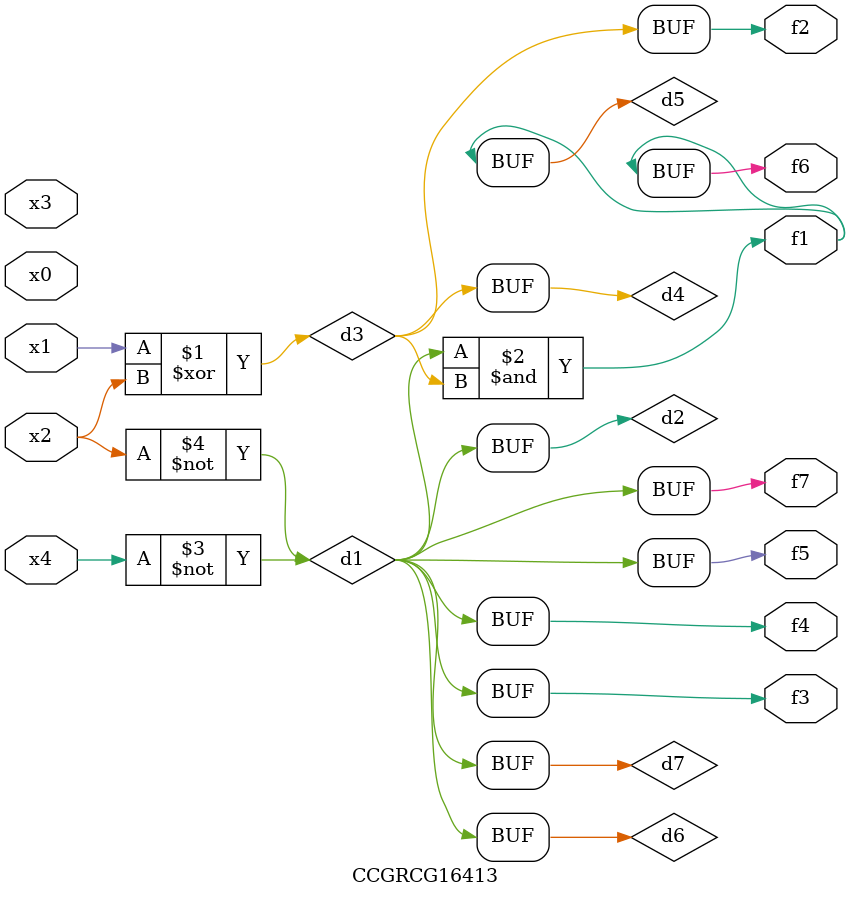
<source format=v>
module CCGRCG16413(
	input x0, x1, x2, x3, x4,
	output f1, f2, f3, f4, f5, f6, f7
);

	wire d1, d2, d3, d4, d5, d6, d7;

	not (d1, x4);
	not (d2, x2);
	xor (d3, x1, x2);
	buf (d4, d3);
	and (d5, d1, d3);
	buf (d6, d1, d2);
	buf (d7, d2);
	assign f1 = d5;
	assign f2 = d4;
	assign f3 = d7;
	assign f4 = d7;
	assign f5 = d7;
	assign f6 = d5;
	assign f7 = d7;
endmodule

</source>
